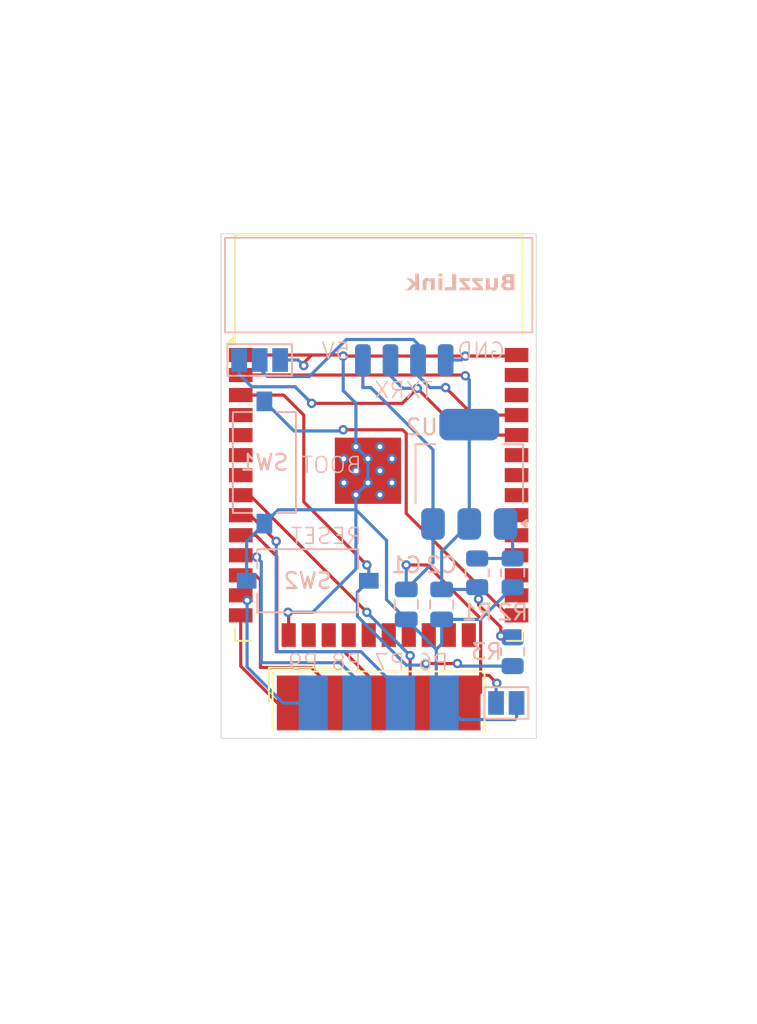
<source format=kicad_pcb>
(kicad_pcb (version 20241229) (generator "pcbnew") (generator_version "9.0")
  (layers (0 "F.Cu" signal) (2 "B.Cu" signal) (13 "F.Paste" user) (15 "B.Paste" user) (5 "F.SilkS" user "F.Silkscreen") (7 "B.SilkS" user "B.Silkscreen") (1 "F.Mask" user) (3 "B.Mask" user) (25 "Edge.Cuts" user))
  (net 0 "")
  (net 1 "Net-(J1-Pin_1)")
  (net 2 "Net-(U1-VDD)")
  (net 3 "Net-(U1-IO33)")
  (net 4 "Net-(U1-IO32)")
  (net 5 "Net-(U1-IO12)")
  (net 6 "Net-(U1-IO14)")
  (net 7 "Net-(U1-IO26)")
  (net 8 "Net-(U1-IO27)")
  (net 9 "Net-(U1-IO25)")
  (net 33 "Net-(U2-ADJ)")
  (net 34 "Net-(J2-Pin_1)")
  (net 35 "Net-(U1-EN)")
  (net 36 "Net-(U1-IO0)")
  (net 37 "Net-(J3-Pin_1)")
  (net 38 "Net-(J4-Pin_2)")
  (footprint "RF_Module:ESP32-WROOM-32" (layer "F.Cu") (at 154.75 71.935)
    (property "Reference" "U1" (hide yes))
    (property "Value" "ESP32")
    (fp_line (start -9.12 -15.86) (end -9.12 -9.7) (stroke (width 0.12)) (layer "F.SilkS"))
    (fp_line (start -9.12 -15.86) (end 9.12 -15.86) (stroke (width 0.12)) (layer "F.SilkS"))
    (fp_line (start -9.12 9.1) (end -9.12 9.88) (stroke (width 0.12)) (layer "F.SilkS"))
    (fp_line (start -9.12 9.88) (end -8.12 9.88) (stroke (width 0.12)) (layer "F.SilkS"))
    (fp_line (start 9.12 -15.86) (end 9.12 -9.445) (stroke (width 0.12)) (layer "F.SilkS"))
    (fp_line (start 9.12 9.1) (end 9.12 9.88) (stroke (width 0.12)) (layer "F.SilkS"))
    (fp_line (start 9.12 9.88) (end 8.12 9.88) (stroke (width 0.12)) (layer "F.SilkS"))
    (fp_poly (pts (xy -9.125 -8.975) (xy -9.625 -8.975) (xy -9.125 -9.475) (xy -9.125 -8.975)) (stroke (width 0.12)) (fill yes) (layer "F.SilkS"))
    (pad "1" smd rect (at -8.75 -8.25) (size 1.5 0.9) (layers "F.Cu" "F.Mask" "F.Paste") (net 37 "Net-(J3-Pin_1)"))
    (pad "2" smd rect (at -8.75 -6.98) (size 1.5 0.9) (layers "F.Cu" "F.Mask" "F.Paste") (net 2 "Net-(U1-VDD)"))
    (pad "3" smd rect (at -8.75 -5.71) (size 1.5 0.9) (layers "F.Cu" "F.Mask" "F.Paste") (net 35 "Net-(U1-EN)"))
    (pad "4" smd rect (at -8.75 -4.44) (size 1.5 0.9) (layers "F.Cu" "F.Mask" "F.Paste"))
    (pad "5" smd rect (at -8.75 -3.17) (size 1.5 0.9) (layers "F.Cu" "F.Mask" "F.Paste"))
    (pad "6" smd rect (at -8.75 -1.9) (size 1.5 0.9) (layers "F.Cu" "F.Mask" "F.Paste"))
    (pad "7" smd rect (at -8.75 -0.63) (size 1.5 0.9) (layers "F.Cu" "F.Mask" "F.Paste"))
    (pad "8" smd rect (at -8.75 0.64) (size 1.5 0.9) (layers "F.Cu" "F.Mask" "F.Paste") (net 4 "Net-(U1-IO32)"))
    (pad "9" smd rect (at -8.75 1.91) (size 1.5 0.9) (layers "F.Cu" "F.Mask" "F.Paste") (net 3 "Net-(U1-IO33)"))
    (pad "10" smd rect (at -8.75 3.18) (size 1.5 0.9) (layers "F.Cu" "F.Mask" "F.Paste") (net 9 "Net-(U1-IO25)"))
    (pad "11" smd rect (at -8.75 4.45) (size 1.5 0.9) (layers "F.Cu" "F.Mask" "F.Paste") (net 7 "Net-(U1-IO26)"))
    (pad "12" smd rect (at -8.75 5.72) (size 1.5 0.9) (layers "F.Cu" "F.Mask" "F.Paste") (net 8 "Net-(U1-IO27)"))
    (pad "13" smd rect (at -8.75 6.99) (size 1.5 0.9) (layers "F.Cu" "F.Mask" "F.Paste") (net 6 "Net-(U1-IO14)"))
    (pad "14" smd rect (at -8.75 8.26) (size 1.5 0.9) (layers "F.Cu" "F.Mask" "F.Paste") (net 5 "Net-(U1-IO12)"))
    (pad "15" smd rect (at -5.71 9.51 90) (size 1.5 0.9) (layers "F.Cu" "F.Mask" "F.Paste") (net 37 "Net-(J3-Pin_1)"))
    (pad "16" smd rect (at -4.44 9.51 90) (size 1.5 0.9) (layers "F.Cu" "F.Mask" "F.Paste"))
    (pad "17" smd rect (at -3.17 9.51 90) (size 1.5 0.9) (layers "F.Cu" "F.Mask" "F.Paste"))
    (pad "18" smd rect (at -1.9 9.51 90) (size 1.5 0.9) (layers "F.Cu" "F.Mask" "F.Paste"))
    (pad "19" smd rect (at -0.63 9.51 90) (size 1.5 0.9) (layers "F.Cu" "F.Mask" "F.Paste"))
    (pad "20" smd rect (at 0.64 9.51 90) (size 1.5 0.9) (layers "F.Cu" "F.Mask" "F.Paste"))
    (pad "21" smd rect (at 1.91 9.51 90) (size 1.5 0.9) (layers "F.Cu" "F.Mask" "F.Paste"))
    (pad "22" smd rect (at 3.18 9.51 90) (size 1.5 0.9) (layers "F.Cu" "F.Mask" "F.Paste"))
    (pad "23" smd rect (at 4.45 9.51 90) (size 1.5 0.9) (layers "F.Cu" "F.Mask" "F.Paste"))
    (pad "24" smd rect (at 5.72 9.51 90) (size 1.5 0.9) (layers "F.Cu" "F.Mask" "F.Paste"))
    (pad "25" smd rect (at 8.75 8.26) (size 1.5 0.9) (layers "F.Cu" "F.Mask" "F.Paste") (net 36 "Net-(U1-IO0)"))
    (pad "26" smd rect (at 8.75 6.99) (size 1.5 0.9) (layers "F.Cu" "F.Mask" "F.Paste"))
    (pad "27" smd rect (at 8.75 5.72) (size 1.5 0.9) (layers "F.Cu" "F.Mask" "F.Paste"))
    (pad "28" smd rect (at 8.75 4.45) (size 1.5 0.9) (layers "F.Cu" "F.Mask" "F.Paste"))
    (pad "29" smd rect (at 8.75 3.18) (size 1.5 0.9) (layers "F.Cu" "F.Mask" "F.Paste"))
    (pad "30" smd rect (at 8.75 1.91) (size 1.5 0.9) (layers "F.Cu" "F.Mask" "F.Paste"))
    (pad "31" smd rect (at 8.75 0.64) (size 1.5 0.9) (layers "F.Cu" "F.Mask" "F.Paste"))
    (pad "32" smd rect (at 8.75 -0.63) (size 1.5 0.9) (layers "F.Cu" "F.Mask" "F.Paste"))
    (pad "33" smd rect (at 8.75 -1.9) (size 1.5 0.9) (layers "F.Cu" "F.Mask" "F.Paste"))
    (pad "34" smd rect (at 8.75 -3.17) (size 1.5 0.9) (layers "F.Cu" "F.Mask" "F.Paste") (net 34 "Net-(J2-Pin_1)"))
    (pad "35" smd rect (at 8.75 -4.44) (size 1.5 0.9) (layers "F.Cu" "F.Mask" "F.Paste") (net 1 "Net-(J1-Pin_1)"))
    (pad "36" smd rect (at 8.75 -5.71) (size 1.5 0.9) (layers "F.Cu" "F.Mask" "F.Paste"))
    (pad "37" smd rect (at 8.75 -6.98) (size 1.5 0.9) (layers "F.Cu" "F.Mask" "F.Paste"))
    (pad "38" smd rect (at 8.75 -8.25) (size 1.5 0.9) (layers "F.Cu" "F.Mask" "F.Paste") (net 37 "Net-(J3-Pin_1)"))
    (pad "39" smd rect (at -2.205 -2.435) (size 1.05 1.05) (layers "F.Cu" "F.Paste") (net 37 "Net-(J3-Pin_1)"))
    (pad "39" thru_hole circle (at -2.205 -1.6725) (size 0.6 0.6) (drill 0.3) (property pad_prop_heatsink) (layers "*.Cu" "F.Mask") (net 37 "Net-(J3-Pin_1)"))
    (pad "39" smd rect (at -2.205 -0.91) (size 1.05 1.05) (layers "F.Cu" "F.Paste") (net 37 "Net-(J3-Pin_1)"))
    (pad "39" thru_hole circle (at -2.205 -0.1475) (size 0.6 0.6) (drill 0.3) (property pad_prop_heatsink) (layers "*.Cu" "F.Mask") (net 37 "Net-(J3-Pin_1)"))
    (pad "39" smd rect (at -2.205 0.615) (size 1.05 1.05) (layers "F.Cu" "F.Paste") (net 37 "Net-(J3-Pin_1)"))
    (pad "39" thru_hole circle (at -1.4425 -2.435) (size 0.6 0.6) (drill 0.3) (property pad_prop_heatsink) (layers "*.Cu" "F.Mask") (net 37 "Net-(J3-Pin_1)"))
    (pad "39" thru_hole circle (at -1.4425 -0.91) (size 0.6 0.6) (drill 0.3) (property pad_prop_heatsink) (layers "*.Cu" "F.Mask") (net 37 "Net-(J3-Pin_1)"))
    (pad "39" thru_hole circle (at -1.4425 0.615) (size 0.6 0.6) (drill 0.3) (property pad_prop_heatsink) (layers "*.Cu" "F.Mask") (net 37 "Net-(J3-Pin_1)"))
    (pad "39" smd rect (at -0.68 -2.435) (size 1.05 1.05) (layers "F.Cu" "F.Paste") (net 37 "Net-(J3-Pin_1)"))
    (pad "39" thru_hole circle (at -0.68 -1.6725) (size 0.6 0.6) (drill 0.3) (property pad_prop_heatsink) (layers "*.Cu" "F.Mask") (net 37 "Net-(J3-Pin_1)"))
    (pad "39" smd rect (at -0.68 -0.91) (size 1.05 1.05) (layers "F.Cu" "F.Paste") (net 37 "Net-(J3-Pin_1)"))
    (pad "39" smd rect (at -0.68 -0.91) (size 4.2 4.2) (property pad_prop_heatsink) (layers "F.Cu" "F.Mask") (net 37 "Net-(J3-Pin_1)"))
    (pad "39" thru_hole circle (at -0.68 -0.1475) (size 0.6 0.6) (drill 0.3) (property pad_prop_heatsink) (layers "*.Cu" "F.Mask") (net 37 "Net-(J3-Pin_1)"))
    (pad "39" smd rect (at -0.68 0.615) (size 1.05 1.05) (layers "F.Cu" "F.Paste") (net 37 "Net-(J3-Pin_1)"))
    (pad "39" thru_hole circle (at 0.0825 -2.435) (size 0.6 0.6) (drill 0.3) (property pad_prop_heatsink) (layers "*.Cu" "F.Mask") (net 37 "Net-(J3-Pin_1)"))
    (pad "39" thru_hole circle (at 0.0825 -0.91) (size 0.6 0.6) (drill 0.3) (property pad_prop_heatsink) (layers "*.Cu" "F.Mask") (net 37 "Net-(J3-Pin_1)"))
    (pad "39" thru_hole circle (at 0.0825 0.615) (size 0.6 0.6) (drill 0.3) (property pad_prop_heatsink) (layers "*.Cu" "F.Mask") (net 37 "Net-(J3-Pin_1)"))
    (pad "39" smd rect (at 0.845 -2.435) (size 1.05 1.05) (layers "F.Cu" "F.Paste") (net 37 "Net-(J3-Pin_1)"))
    (pad "39" thru_hole circle (at 0.845 -1.6725) (size 0.6 0.6) (drill 0.3) (property pad_prop_heatsink) (layers "*.Cu" "F.Mask") (net 37 "Net-(J3-Pin_1)"))
    (pad "39" smd rect (at 0.845 -0.91) (size 1.05 1.05) (layers "F.Cu" "F.Paste") (net 37 "Net-(J3-Pin_1)"))
    (pad "39" thru_hole circle (at 0.845 -0.1475) (size 0.6 0.6) (drill 0.3) (property pad_prop_heatsink) (layers "*.Cu" "F.Mask") (net 37 "Net-(J3-Pin_1)"))
    (pad "39" smd rect (at 0.845 0.615) (size 1.05 1.05) (layers "F.Cu" "F.Paste") (net 37 "Net-(J3-Pin_1)"))
  )
  (footprint "Connector_Dsub:DSUB-9_Pins_EdgeMount_P2.77mm" (layer "F.Cu") (at 154.75 85.75)
    (property "Reference" "J0" (hide yes))
    (property "Value" "DE9")
    (fp_line (start -6.963333 -2.24) (end -2.77 -2.24) (stroke (width 0.12)) (layer "F.SilkS"))
    (fp_line (start -6.963333 0) (end -6.963333 -2.24) (stroke (width 0.12)) (layer "F.SilkS"))
    (fp_line (start -6.723333 -2) (end -6.723333 1.74) (stroke (width 0.12)) (layer "F.SilkS"))
    (fp_line (start 6.723333 -2) (end -6.723333 -2) (stroke (width 0.12)) (layer "F.SilkS"))
    (fp_line (start 6.723333 1.74) (end 6.723333 -2) (stroke (width 0.12)) (layer "F.SilkS"))
    (pad "1" smd rect (at -5.54 0) (size 1.846667 3.48) (layers "F.Cu" "F.Mask" "F.Paste") (net 5 "Net-(U1-IO12)"))
    (pad "2" smd rect (at -2.77 0) (size 1.846667 3.48) (layers "F.Cu" "F.Mask" "F.Paste") (net 8 "Net-(U1-IO27)"))
    (pad "3" smd rect (at 0 0) (size 1.846667 3.48) (layers "F.Cu" "F.Mask" "F.Paste") (net 9 "Net-(U1-IO25)"))
    (pad "4" smd rect (at 2.77 0) (size 1.846667 3.48) (layers "F.Cu" "F.Mask" "F.Paste") (net 4 "Net-(U1-IO32)"))
    (pad "5" smd rect (at 5.54 0) (size 1.846667 3.48) (layers "F.Cu" "F.Mask" "F.Paste") (net 38 "Net-(J4-Pin_2)"))
    (pad "6" smd rect (at -4.155 0) (size 1.846667 3.48) (layers "B.Cu" "B.Mask" "B.Paste") (net 6 "Net-(U1-IO14)"))
    (pad "7" smd rect (at -1.385 0) (size 1.846667 3.48) (layers "B.Cu" "B.Mask" "B.Paste") (net 7 "Net-(U1-IO26)"))
    (pad "8" smd rect (at 1.385 0) (size 1.846667 3.48) (layers "B.Cu" "B.Mask" "B.Paste") (net 3 "Net-(U1-IO33)"))
    (pad "9" smd rect (at 4.155 0) (size 1.846667 3.48) (layers "B.Cu" "B.Mask" "B.Paste") (net 37 "Net-(J3-Pin_1)"))
  )
  (footprint "Button_Switch_SMD:SW_Tactile_SPST_NO_Straight_CK_PTS636Sx25SMTRLFS" (layer "B.Cu") (at 150.25 78 180)
    (property "Reference" "SW2" (at 0 0 0) (layer "B.SilkS") (effects (justify mirror)))
    (property "Value" "SW_DIP_x01")
    (fp_line (start 3.2 2) (end -3.2 2) (stroke (width 0.12)) (layer "B.SilkS"))
    (fp_line (start 3.2 0.8) (end 3.2 2) (stroke (width 0.12)) (layer "B.SilkS"))
    (fp_line (start 3.2 -2) (end 3.2 -0.8) (stroke (width 0.12)) (layer "B.SilkS"))
    (fp_line (start -3.2 2) (end -3.2 0.8) (stroke (width 0.12)) (layer "B.SilkS"))
    (fp_line (start -3.2 -0.8) (end -3.2 -2) (stroke (width 0.12)) (layer "B.SilkS"))
    (fp_line (start -3.2 -2) (end 3.2 -2) (stroke (width 0.12)) (layer "B.SilkS"))
    (pad "1" smd rect (at -3.875 0 180) (size 1.25 1) (layers "B.Cu" "B.Mask" "B.Paste") (net 35 "Net-(U1-EN)"))
    (pad "2" smd rect (at 3.875 0 180) (size 1.25 1) (layers "B.Cu" "B.Mask" "B.Paste") (net 37 "Net-(J3-Pin_1)"))
  )
  (footprint "Button_Switch_SMD:SW_Tactile_SPST_NO_Straight_CK_PTS636Sx25SMTRLFS" (layer "B.Cu") (at 147.5 70.5 -90)
    (property "Reference" "SW1" (at 0 0 0) (layer "B.SilkS") (effects (justify mirror)))
    (property "Value" "SW_DIP_x01")
    (fp_line (start -3.2 2) (end -3.2 0.8) (stroke (width 0.12)) (layer "B.SilkS"))
    (fp_line (start 3.2 2) (end -3.2 2) (stroke (width 0.12)) (layer "B.SilkS"))
    (fp_line (start 3.2 0.8) (end 3.2 2) (stroke (width 0.12)) (layer "B.SilkS"))
    (fp_line (start -3.2 -0.8) (end -3.2 -2) (stroke (width 0.12)) (layer "B.SilkS"))
    (fp_line (start -3.2 -2) (end 3.2 -2) (stroke (width 0.12)) (layer "B.SilkS"))
    (fp_line (start 3.2 -2) (end 3.2 -0.8) (stroke (width 0.12)) (layer "B.SilkS"))
    (pad "1" smd rect (at -3.875 0 270) (size 1.25 1) (layers "B.Cu" "B.Mask" "B.Paste") (net 36 "Net-(U1-IO0)"))
    (pad "2" smd rect (at 3.875 0 270) (size 1.25 1) (layers "B.Cu" "B.Mask" "B.Paste") (net 37 "Net-(J3-Pin_1)"))
  )
  (footprint "Connector_Wire:SolderWirePad_1x01_SMD_1x2mm" (layer "B.Cu") (at 159 64 180)
    (property "Reference" "J6" (hide yes))
    (property "Value" "Conn_01x01_Socket")
    (pad "1" smd roundrect (at 0 0 180) (size 1 2) (layers "B.Cu" "B.Mask") (net 37 "Net-(J3-Pin_1)"))
  )
  (footprint "Package_TO_SOT_SMD:SOT-223-3_TabPin2" (layer "B.Cu") (at 160.5 71.25 90)
    (property "Reference" "U2" (at 3 -3 180) (layer "B.SilkS") (effects (justify mirror)))
    (property "Value" "AMS1117")
    (fp_line (start 1.91 -3.41) (end 1.91 -2.15) (stroke (width 0.12)) (layer "B.SilkS"))
    (fp_line (start -1.85 -3.41) (end 1.91 -3.41) (stroke (width 0.12)) (layer "B.SilkS"))
    (fp_line (start 1.91 3.41) (end 1.91 2.15) (stroke (width 0.12)) (layer "B.SilkS"))
    (fp_line (start -1.85 3.41) (end 1.91 3.41) (stroke (width 0.12)) (layer "B.SilkS"))
    (fp_poly (pts (xy -3.13 3.31) (xy -3.37 3.64) (xy -2.89 3.64) (xy -3.13 3.31)) (stroke (width 0.12)) (fill yes) (layer "B.SilkS"))
    (pad "1" smd roundrect (at -3.15 2.3 90) (size 2 1.5) (layers "B.Cu" "B.Mask" "B.Paste") (net 33 "Net-(U2-ADJ)"))
    (pad "2" smd roundrect (at -3.15 0 90) (size 2 1.5) (layers "B.Cu" "B.Mask" "B.Paste") (net 2 "Net-(U1-VDD)"))
    (pad "2" smd roundrect (at 3.15 0 90) (size 2 3.8) (layers "B.Cu" "B.Mask" "B.Paste") (net 2 "Net-(U1-VDD)"))
    (pad "3" smd roundrect (at -3.15 -2.3 90) (size 2 1.5) (layers "B.Cu" "B.Mask" "B.Paste") (net 38 "Net-(J4-Pin_2)"))
  )
  (footprint "Resistor_SMD:R_0805_2012Metric" (layer "B.Cu") (at 163.25 82.5 -90)
    (property "Reference" "R3" (at 0 1.65 180) (layer "B.SilkS") (effects (justify mirror)))
    (property "Value" "1K")
    (fp_line (start -0.227064 0.735) (end 0.227064 0.735) (stroke (width 0.12)) (layer "B.SilkS"))
    (fp_line (start -0.227064 -0.735) (end 0.227064 -0.735) (stroke (width 0.12)) (layer "B.SilkS"))
    (pad "1" smd roundrect (at -0.9125 0 270) (size 1.025 1.4) (layers "B.Cu" "B.Mask" "B.Paste") (roundrect_rratio 0.243902) (net 2 "Net-(U1-VDD)"))
    (pad "2" smd roundrect (at 0.9125 0 270) (size 1.025 1.4) (layers "B.Cu" "B.Mask" "B.Paste") (roundrect_rratio 0.243902) (net 35 "Net-(U1-EN)"))
  )
  (footprint "Resistor_SMD:R_0805_2012Metric" (layer "B.Cu") (at 161 77.5 90)
    (property "Reference" "R1" (at -2.5 0 180) (layer "B.SilkS") (effects (justify mirror)))
    (property "Value" "124")
    (fp_line (start -0.227064 -0.735) (end 0.227064 -0.735) (stroke (width 0.12)) (layer "B.SilkS"))
    (fp_line (start -0.227064 0.735) (end 0.227064 0.735) (stroke (width 0.12)) (layer "B.SilkS"))
    (pad "1" smd roundrect (at -0.9125 0 90) (size 1.025 1.4) (layers "B.Cu" "B.Mask" "B.Paste") (roundrect_rratio 0.243902) (net 2 "Net-(U1-VDD)"))
    (pad "2" smd roundrect (at 0.9125 0 90) (size 1.025 1.4) (layers "B.Cu" "B.Mask" "B.Paste") (roundrect_rratio 0.243902) (net 33 "Net-(U2-ADJ)"))
  )
  (footprint "Capacitor_SMD:C_0805_2012Metric" (layer "B.Cu") (at 156.5 79.5 90)
    (property "Reference" "C1" (at 2.5 0 0) (layer "B.SilkS") (effects (justify mirror)))
    (property "Value" "10uF")
    (fp_line (start -0.261252 -0.735) (end 0.261252 -0.735) (stroke (width 0.12)) (layer "B.SilkS"))
    (fp_line (start -0.261252 0.735) (end 0.261252 0.735) (stroke (width 0.12)) (layer "B.SilkS"))
    (pad "1" smd roundrect (at -0.95 0 90) (size 1 1.45) (layers "B.Cu" "B.Mask" "B.Paste") (net 37 "Net-(J3-Pin_1)"))
    (pad "2" smd roundrect (at 0.95 0 90) (size 1 1.45) (layers "B.Cu" "B.Mask" "B.Paste") (net 38 "Net-(J4-Pin_2)"))
  )
  (footprint "Connector_Wire:SolderWirePad_1x01_SMD_1x2mm" (layer "B.Cu") (at 155.5 64 180)
    (property "Reference" "J2" (hide yes))
    (property "Value" "Conn_01x01_Socket")
    (pad "1" smd roundrect (at 0 0 180) (size 1 2) (layers "B.Cu" "B.Mask") (net 34 "Net-(J2-Pin_1)"))
  )
  (footprint "Jumper:SolderJumper-2_P1.3mm_Open_Pad1.0x1.5mm" (layer "B.Cu") (at 162.85 85.75 180)
    (property "Reference" "J4" (hide yes))
    (property "Value" "Conn_01x02_Socket")
    (fp_line (start 1.4 1) (end 1.4 -1) (stroke (width 0.12)) (layer "B.SilkS"))
    (fp_line (start 1.4 -1) (end -1.4 -1) (stroke (width 0.12)) (layer "B.SilkS"))
    (fp_line (start -1.4 1) (end 1.4 1) (stroke (width 0.12)) (layer "B.SilkS"))
    (fp_line (start -1.4 -1) (end -1.4 1) (stroke (width 0.12)) (layer "B.SilkS"))
    (pad "1" smd rect (at -0.65 0 180) (size 1 1.5) (layers "B.Cu" "B.Mask") (net 37 "Net-(J3-Pin_1)"))
    (pad "2" smd rect (at 0.65 0 180) (size 1 1.5) (layers "B.Cu" "B.Mask") (net 38 "Net-(J4-Pin_2)"))
  )
  (footprint "Jumper:SolderJumper-3_P1.3mm_Open_Pad1.0x1.5mm_NumberLabels" (layer "B.Cu") (at 147.2 64 180)
    (property "Reference" "J3" (hide yes))
    (property "Value" "Conn_01x03_Socket")
    (fp_line (start 2.05 1) (end 2.05 -1) (stroke (width 0.12)) (layer "B.SilkS"))
    (fp_line (start 2.05 -1) (end -2.05 -1) (stroke (width 0.12)) (layer "B.SilkS"))
    (fp_line (start -2.05 1) (end 2.05 1) (stroke (width 0.12)) (layer "B.SilkS"))
    (fp_line (start -2.05 -1) (end -2.05 1) (stroke (width 0.12)) (layer "B.SilkS"))
    (pad "1" smd rect (at -1.3 0 180) (size 1 1.5) (layers "B.Cu" "B.Mask") (net 37 "Net-(J3-Pin_1)"))
    (pad "2" smd rect (at 0 0 180) (size 1 1.5) (layers "B.Cu" "B.Mask") (net 1 "Net-(J1-Pin_1)"))
    (pad "3" smd rect (at 1.3 0 180) (size 1 1.5) (layers "B.Cu" "B.Mask") (net 34 "Net-(J2-Pin_1)"))
  )
  (footprint "Resistor_SMD:R_0805_2012Metric" (layer "B.Cu") (at 163.25 77.5 -90)
    (property "Reference" "R2" (at 2.5 0 180) (layer "B.SilkS") (effects (justify mirror)))
    (property "Value" "175")
    (fp_line (start -0.227064 0.735) (end 0.227064 0.735) (stroke (width 0.12)) (layer "B.SilkS"))
    (fp_line (start -0.227064 -0.735) (end 0.227064 -0.735) (stroke (width 0.12)) (layer "B.SilkS"))
    (pad "1" smd roundrect (at -0.9125 0 270) (size 1.025 1.4) (layers "B.Cu" "B.Mask" "B.Paste") (roundrect_rratio 0.243902) (net 33 "Net-(U2-ADJ)"))
    (pad "2" smd roundrect (at 0.9125 0 270) (size 1.025 1.4) (layers "B.Cu" "B.Mask" "B.Paste") (roundrect_rratio 0.243902) (net 37 "Net-(J3-Pin_1)"))
  )
  (footprint "Connector_Wire:SolderWirePad_1x01_SMD_1x2mm" (layer "B.Cu") (at 157.25 64 180)
    (property "Reference" "J1" (hide yes))
    (property "Value" "Conn_01x01_Socket")
    (pad "1" smd roundrect (at 0 0 180) (size 1 2) (layers "B.Cu" "B.Mask") (net 1 "Net-(J1-Pin_1)"))
  )
  (footprint "Connector_Wire:SolderWirePad_1x01_SMD_1x2mm" (layer "B.Cu") (at 153.75 64 180)
    (property "Reference" "J5" (hide yes))
    (property "Value" "Conn_01x01_Socket")
    (pad "1" smd roundrect (at 0 0 180) (size 1 2) (layers "B.Cu" "B.Mask") (net 38 "Net-(J4-Pin_2)"))
  )
  (footprint "Capacitor_SMD:C_0805_2012Metric" (layer "B.Cu") (at 158.75 79.5 90)
    (property "Reference" "C2" (at 2.5 0 0) (layer "B.SilkS") (effects (justify mirror)))
    (property "Value" "22uF")
    (fp_line (start -0.261252 -0.735) (end 0.261252 -0.735) (stroke (width 0.12)) (layer "B.SilkS"))
    (fp_line (start -0.261252 0.735) (end 0.261252 0.735) (stroke (width 0.12)) (layer "B.SilkS"))
    (pad "1" smd roundrect (at -0.95 0 90) (size 1 1.45) (layers "B.Cu" "B.Mask" "B.Paste") (net 37 "Net-(J3-Pin_1)"))
    (pad "2" smd roundrect (at 0.95 0 90) (size 1 1.45) (layers "B.Cu" "B.Mask" "B.Paste") (net 2 "Net-(U1-VDD)"))
  )
  (gr_rect (start 145 56.25) (end 164.5 62.25) (stroke (width 0.1)) (fill no) (layer "B.SilkS"))
  (gr_rect (start 144.75 56) (end 164.75 88) (stroke (width 0.05)) (fill no) (layer "Edge.Cuts"))
  (gr_text "TX" (at 158.25 66.5 0) (layer "B.SilkS") (effects (font (size 1 1) (thickness 0.1)) (justify left bottom mirror)))
  (gr_text "P9" (at 151 83.75 0) (layer "B.SilkS") (effects (font (size 1 1) (thickness 0.1)) (justify left bottom mirror)))
  (gr_text "P8" (at 153.75 83.75 0) (layer "B.SilkS") (effects (font (size 1 1) (thickness 0.1)) (justify left bottom mirror)))
  (gr_text "P6" (at 159.25 83.75 0) (layer "B.SilkS") (effects (font (size 1 1) (thickness 0.1)) (justify left bottom mirror)))
  (gr_text "BuzzLink" (at 160 59.75 0) (layer "B.SilkS") (effects (font (size 1 1) (thickness 0.2) (bold yes)) (justify bottom mirror)))
  (gr_text "RESET" (at 153.75 75.75 0) (layer "B.SilkS") (effects (font (size 1 1) (thickness 0.1)) (justify left bottom mirror)))
  (gr_text "RX" (at 156.5 66.5 0) (layer "B.SilkS") (effects (font (size 1 1) (thickness 0.1)) (justify left bottom mirror)))
  (gr_text "GND" (at 161.25 64 0) (layer "B.SilkS") (effects (font (size 1 1) (thickness 0.1)) (justify bottom mirror)))
  (gr_text "P7" (at 156.5 83.75 0) (layer "B.SilkS") (effects (font (size 1 1) (thickness 0.1)) (justify left bottom mirror)))
  (gr_text "5V" (at 153 64 0) (layer "B.SilkS") (effects (font (size 1 1) (thickness 0.1)) (justify left bottom mirror)))
  (gr_text "BOOT" (at 153.75 71.25 0) (layer "B.SilkS") (effects (font (size 1 1) (thickness 0.1)) (justify left bottom mirror)))
  (segment (start 160.745 67.495) (end 163.5 67.495) (width 0.2) (layer "F.Cu") (net 1))
  (segment (start 159 65.75) (end 160.745 67.495) (width 0.2) (layer "F.Cu") (net 1))
  (via (at 159 65.75) (size 0.6) (drill 0.3) (layers "F.Cu" "B.Cu") (net 1))
  (segment (start 147.2 64) (end 147.2 64.552) (width 0.2) (layer "B.Cu") (net 1))
  (segment (start 157.25 63) (end 157.25 64) (width 0.2) (layer "B.Cu") (net 1))
  (segment (start 157.25 65) (end 158 65.75) (width 0.2) (layer "B.Cu") (net 1))
  (segment (start 157.25 64) (end 157.25 65) (width 0.2) (layer "B.Cu") (net 1))
  (segment (start 158 65.75) (end 159 65.75) (width 0.2) (layer "B.Cu") (net 1))
  (segment (start 150.349057 65.051) (end 152.701057 62.699) (width 0.2) (layer "B.Cu") (net 1))
  (segment (start 156.949 62.699) (end 157.25 63) (width 0.2) (layer "B.Cu") (net 1))
  (segment (start 147.699 65.051) (end 150.349057 65.051) (width 0.2) (layer "B.Cu") (net 1))
  (segment (start 152.701057 62.699) (end 156.949 62.699) (width 0.2) (layer "B.Cu") (net 1))
  (segment (start 147.2 64.552) (end 147.699 65.051) (width 0.2) (layer "B.Cu") (net 1))
  (segment (start 162.5 80.946) (end 162.5 81.5) (width 0.2) (layer "F.Cu") (net 2))
  (segment (start 161.087235 79.533235) (end 162.5 80.946) (width 0.2) (layer "F.Cu") (net 2))
  (segment (start 146 64.955) (end 160.205 64.955) (width 0.2) (layer "F.Cu") (net 2))
  (segment (start 161.087235 79.162765) (end 161.087235 79.533235) (width 0.2) (layer "F.Cu") (net 2))
  (segment (start 160.205 64.955) (end 160.25 65) (width 0.2) (layer "F.Cu") (net 2))
  (via (at 161.087235 79.162765) (size 0.6) (drill 0.3) (layers "F.Cu" "B.Cu") (net 2))
  (via (at 162.5 81.5) (size 0.6) (drill 0.3) (layers "F.Cu" "B.Cu") (net 2))
  (via (at 160.25 65) (size 0.6) (drill 0.3) (layers "F.Cu" "B.Cu") (net 2))
  (segment (start 160.5 74.4) (end 158.75 76.15) (width 0.2) (layer "B.Cu") (net 2))
  (segment (start 158.75 78.55) (end 160.8625 78.55) (width 0.2) (layer "B.Cu") (net 2))
  (segment (start 161 79.07553) (end 161.087235 79.162765) (width 0.2) (layer "B.Cu") (net 2))
  (segment (start 160.5 65.25) (end 160.5 68.1) (width 0.2) (layer "B.Cu") (net 2))
  (segment (start 162.5 81.5) (end 163.1625 81.5) (width 0.2) (layer "B.Cu") (net 2))
  (segment (start 161 78.4125) (end 161 79.07553) (width 0.2) (layer "B.Cu") (net 2))
  (segment (start 158.75 76.15) (end 158.75 78.55) (width 0.2) (layer "B.Cu") (net 2))
  (segment (start 160.25 65) (end 160.5 65.25) (width 0.2) (layer "B.Cu") (net 2))
  (segment (start 163.1625 81.5) (end 163.25 81.5875) (width 0.2) (layer "B.Cu") (net 2))
  (segment (start 160.5 68.1) (end 160.5 74.4) (width 0.2) (layer "B.Cu") (net 2))
  (segment (start 160.8625 78.55) (end 161 78.4125) (width 0.2) (layer "B.Cu") (net 2))
  (segment (start 146.595 73.845) (end 148.25 75.5) (width 0.2) (layer "F.Cu") (net 3))
  (segment (start 146 73.845) (end 146.595 73.845) (width 0.2) (layer "F.Cu") (net 3))
  (via (at 148.25 75.5) (size 0.6) (drill 0.3) (layers "F.Cu" "B.Cu") (net 3))
  (segment (start 153.630333 82.5) (end 148.25 82.5) (width 0.2) (layer "B.Cu") (net 3))
  (segment (start 156.385 85.75) (end 156.385 85.254667) (width 0.2) (layer "B.Cu") (net 3))
  (segment (start 148.25 82.5) (end 148.25 75.5) (width 0.2) (layer "B.Cu") (net 3))
  (segment (start 156.385 85.254667) (end 153.630333 82.5) (width 0.2) (layer "B.Cu") (net 3))
  (segment (start 156.75 84.73) (end 156.75 82.75) (width 0.2) (layer "F.Cu") (net 4))
  (segment (start 157.77 85.75) (end 156.75 84.73) (width 0.2) (layer "F.Cu") (net 4))
  (segment (start 146 72.575) (end 146.575 72.575) (width 0.2) (layer "F.Cu") (net 4))
  (segment (start 146.575 72.575) (end 154 80) (width 0.2) (layer "F.Cu") (net 4))
  (via (at 154 80) (size 0.6) (drill 0.3) (layers "F.Cu" "B.Cu") (net 4))
  (via (at 156.75 82.75) (size 0.6) (drill 0.3) (layers "F.Cu" "B.Cu") (net 4))
  (segment (start 154 80) (end 156.75 82.75) (width 0.2) (layer "B.Cu") (net 4))
  (segment (start 149.46 85.75) (end 148.336667 85.75) (width 0.2) (layer "F.Cu") (net 5))
  (segment (start 146 83.413333) (end 146 80.195) (width 0.2) (layer "F.Cu") (net 5))
  (segment (start 148.336667 85.75) (end 146 83.413333) (width 0.2) (layer "F.Cu") (net 5))
  (segment (start 146 78.925) (end 146.080002 78.925) (width 0.2) (layer "F.Cu") (net 6))
  (segment (start 146.080002 78.925) (end 146.4 79.244998) (width 0.2) (layer "F.Cu") (net 6))
  (via (at 146.4 79.244998) (size 0.6) (drill 0.3) (layers "F.Cu" "B.Cu") (net 6))
  (segment (start 150.845 85.75) (end 148.6829 85.75) (width 0.2) (layer "B.Cu") (net 6))
  (segment (start 146.4 79.244998) (end 146.4 83.4671) (width 0.2) (layer "B.Cu") (net 6))
  (segment (start 148.6829 85.75) (end 146.4 83.4671) (width 0.2) (layer "B.Cu") (net 6))
  (segment (start 146 76.385) (end 146.885 76.385) (width 0.2) (layer "F.Cu") (net 7))
  (segment (start 146.885 76.385) (end 147 76.5) (width 0.2) (layer "F.Cu") (net 7))
  (via (at 147 76.5) (size 0.6) (drill 0.3) (layers "F.Cu" "B.Cu") (net 7))
  (segment (start 153.615 84.516) (end 152.298 83.199) (width 0.2) (layer "B.Cu") (net 7))
  (segment (start 153.615 85.75) (end 153.615 84.516) (width 0.2) (layer "B.Cu") (net 7))
  (segment (start 147.301 76.801) (end 147.301 83.199) (width 0.2) (layer "B.Cu") (net 7))
  (segment (start 147 76.5) (end 147.301 76.801) (width 0.2) (layer "B.Cu") (net 7))
  (segment (start 152.298 83.199) (end 147.301 83.199) (width 0.2) (layer "B.Cu") (net 7))
  (segment (start 147.25 77.955) (end 147.25 83.5) (width 0.2) (layer "F.Cu") (net 8))
  (segment (start 150.475333 83.5) (end 147.25 83.5) (width 0.2) (layer "F.Cu") (net 8))
  (segment (start 146 77.655) (end 146.95 77.655) (width 0.2) (layer "F.Cu") (net 8))
  (segment (start 152.23 85.75) (end 152.23 85.254667) (width 0.2) (layer "F.Cu") (net 8))
  (segment (start 152.23 85.254667) (end 150.475333 83.5) (width 0.2) (layer "F.Cu") (net 8))
  (segment (start 146.95 77.655) (end 147.25 77.955) (width 0.2) (layer "F.Cu") (net 8))
  (segment (start 155 85.75) (end 155 84.933333) (width 0.2) (layer "F.Cu") (net 9))
  (segment (start 148.289 82.496) (end 148.289 76.454) (width 0.2) (layer "F.Cu") (net 9))
  (segment (start 152.562667 82.496) (end 148.289 82.496) (width 0.2) (layer "F.Cu") (net 9))
  (segment (start 146.95 75.115) (end 146 75.115) (width 0.2) (layer "F.Cu") (net 9))
  (segment (start 155 84.933333) (end 152.562667 82.496) (width 0.2) (layer "F.Cu") (net 9))
  (segment (start 148.289 76.454) (end 146.95 75.115) (width 0.2) (layer "F.Cu") (net 9))
  (segment (start 163.25 74.85) (end 162.8 74.4) (width 0.2) (layer "B.Cu") (net 33))
  (segment (start 161 76.5875) (end 163.25 76.5875) (width 0.2) (layer "B.Cu") (net 33))
  (segment (start 163.25 76.5875) (end 163.25 74.85) (width 0.2) (layer "B.Cu") (net 33))
  (segment (start 150.5 66.75) (end 156.25 66.75) (width 0.2) (layer "F.Cu") (net 34))
  (segment (start 160.16647 68.765) (end 163.5 68.765) (width 0.2) (layer "F.Cu") (net 34))
  (segment (start 157.200735 65.799265) (end 160.16647 68.765) (width 0.2) (layer "F.Cu") (net 34))
  (segment (start 156.25 66.75) (end 157.200735 65.799265) (width 0.2) (layer "F.Cu") (net 34))
  (via (at 157.200735 65.799265) (size 0.6) (drill 0.3) (layers "F.Cu" "B.Cu") (net 34))
  (via (at 150.5 66.75) (size 0.6) (drill 0.3) (layers "F.Cu" "B.Cu") (net 34))
  (segment (start 149.449 65.699) (end 150.5 66.75) (width 0.2) (layer "B.Cu") (net 34))
  (segment (start 145.9 64) (end 145.9 64.9) (width 0.2) (layer "B.Cu") (net 34))
  (segment (start 155.5 64) (end 155.5 65) (width 0.2) (layer "B.Cu") (net 34))
  (segment (start 146.699 65.699) (end 149.449 65.699) (width 0.2) (layer "B.Cu") (net 34))
  (segment (start 155.5 65) (end 156.299265 65.799265) (width 0.2) (layer "B.Cu") (net 34))
  (segment (start 145.9 64.9) (end 146.699 65.699) (width 0.2) (layer "B.Cu") (net 34))
  (segment (start 156.299265 65.799265) (end 157.200735 65.799265) (width 0.2) (layer "B.Cu") (net 34))
  (segment (start 150 73) (end 150 67.5) (width 0.2) (layer "F.Cu") (net 35))
  (segment (start 148.725 66.225) (end 150 67.5) (width 0.2) (layer "F.Cu") (net 35))
  (segment (start 146 66.225) (end 148.725 66.225) (width 0.2) (layer "F.Cu") (net 35))
  (segment (start 154 77) (end 150 73) (width 0.2) (layer "F.Cu") (net 35))
  (segment (start 159.75 83.25) (end 157.75 83.25) (width 0.2) (layer "F.Cu") (net 35))
  (via (at 157.75 83.25) (size 0.6) (drill 0.3) (layers "F.Cu" "B.Cu") (net 35))
  (via (at 154 77) (size 0.6) (drill 0.3) (layers "F.Cu" "B.Cu") (net 35))
  (via (at 159.75 83.25) (size 0.6) (drill 0.3) (layers "F.Cu" "B.Cu") (net 35))
  (segment (start 157.75 83.25) (end 157.649 83.351) (width 0.2) (layer "B.Cu") (net 35))
  (segment (start 159.9125 83.4125) (end 159.75 83.25) (width 0.2) (layer "B.Cu") (net 35))
  (segment (start 157.649 83.351) (end 156.501057 83.351) (width 0.2) (layer "B.Cu") (net 35))
  (segment (start 156.501057 83.351) (end 153.399 80.248943) (width 0.2) (layer "B.Cu") (net 35))
  (segment (start 153.399 78.726) (end 153.80395 78.32105) (width 0.2) (layer "B.Cu") (net 35))
  (segment (start 153.399 80.248943) (end 153.399 78.726) (width 0.2) (layer "B.Cu") (net 35))
  (segment (start 163.25 83.4125) (end 159.9125 83.4125) (width 0.2) (layer "B.Cu") (net 35))
  (segment (start 154.125 78) (end 154.125 77.125) (width 0.2) (layer "B.Cu") (net 35))
  (segment (start 154.125 77.125) (end 154 77) (width 0.2) (layer "B.Cu") (net 35))
  (segment (start 156.5 68.653) (end 156.5 73.727) (width 0.2) (layer "F.Cu") (net 36))
  (segment (start 152.5 68.424998) (end 156.271998 68.424998) (width 0.2) (layer "F.Cu") (net 36))
  (segment (start 162.968 80.195) (end 163.5 80.195) (width 0.2) (layer "F.Cu") (net 36))
  (segment (start 156.271998 68.424998) (end 156.5 68.653) (width 0.2) (layer "F.Cu") (net 36))
  (segment (start 156.5 73.727) (end 162.968 80.195) (width 0.2) (layer "F.Cu") (net 36))
  (via (at 152.5 68.424998) (size 0.6) (drill 0.3) (layers "F.Cu" "B.Cu") (net 36))
  (segment (start 147.5 66.625) (end 149.375 68.5) (width 0.2) (layer "B.Cu") (net 36))
  (segment (start 149.375 68.5) (end 152.5 68.5) (width 0.2) (layer "B.Cu") (net 36))
  (segment (start 152.5 68.5) (end 152.5 68.424998) (width 0.2) (layer "B.Cu") (net 36))
  (segment (start 163.435 63.75) (end 160.75 63.75) (width 0.2) (layer "F.Cu") (net 37))
  (segment (start 149.04 81.445) (end 149.04 80.04) (width 0.2) (layer "F.Cu") (net 37))
  (segment (start 150.5 63.685) (end 152.435 63.685) (width 0.2) (layer "F.Cu") (net 37))
  (segment (start 150 64.185) (end 150.5 63.685) (width 0.2) (layer "F.Cu") (net 37))
  (segment (start 149.04 80.04) (end 149 80) (width 0.2) (layer "F.Cu") (net 37))
  (segment (start 150 64.355) (end 150 64.185) (width 0.2) (layer "F.Cu") (net 37))
  (segment (start 160.75 63.75) (end 152.5 63.75) (width 0.2) (layer "F.Cu") (net 37))
  (segment (start 146 63.685) (end 150.5 63.685) (width 0.2) (layer "F.Cu") (net 37))
  (segment (start 160.25 63.75) (end 160.75 63.75) (width 0.2) (layer "F.Cu") (net 37))
  (segment (start 163.5 63.685) (end 163.435 63.75) (width 0.2) (layer "F.Cu") (net 37))
  (segment (start 152.435 63.685) (end 152.5 63.75) (width 0.2) (layer "F.Cu") (net 37))
  (via (at 150 64.355) (size 0.6) (drill 0.3) (layers "F.Cu" "B.Cu") (net 37))
  (via (at 160.25 63.75) (size 0.6) (drill 0.3) (layers "F.Cu" "B.Cu") (net 37))
  (via (at 149 80) (size 0.6) (drill 0.3) (layers "F.Cu" "B.Cu") (net 37))
  (via (at 152.5 63.75) (size 0.6) (drill 0.3) (layers "F.Cu" "B.Cu") (net 37))
  (segment (start 163.5 85.75) (end 163.5 86.7) (width 0.2) (layer "B.Cu") (net 37))
  (segment (start 146.375 78) (end 146.375 75.5) (width 0.2) (layer "B.Cu") (net 37))
  (segment (start 149.645 64) (end 150 64.355) (width 0.2) (layer "B.Cu") (net 37))
  (segment (start 158.405 85) (end 158.405 82.355) (width 0.2) (layer "B.Cu") (net 37))
  (segment (start 158.405 82.355) (end 156.5 80.45) (width 0.2) (layer "B.Cu") (net 37))
  (segment (start 159 64) (end 160 64) (width 0.2) (layer "B.Cu") (net 37))
  (segment (start 146.375 75.5) (end 147.5 74.375) (width 0.2) (layer "B.Cu") (net 37))
  (segment (start 156.5 80.45) (end 155.25 79.2) (width 0.2) (layer "B.Cu") (net 37))
  (segment (start 153.3075 66.75) (end 153.3075 69.5) (width 0.2) (layer "B.Cu") (net 37))
  (segment (start 149 80) (end 150.565 80) (width 0.2) (layer "B.Cu") (net 37))
  (segment (start 163.5 86.7) (end 163.399 86.801) (width 0.2) (layer "B.Cu") (net 37))
  (segment (start 152.5 65.9425) (end 152.5 63.75) (width 0.2) (layer "B.Cu") (net 37))
  (segment (start 160 64) (end 160.25 63.75) (width 0.2) (layer "B.Cu") (net 37))
  (segment (start 148.375 73.5) (end 153.3075 73.5) (width 0.2) (layer "B.Cu") (net 37))
  (segment (start 158.75 82.01) (end 158.405 82.355) (width 0.2) (layer "B.Cu") (net 37))
  (segment (start 148.5 64) (end 149.645 64) (width 0.2) (layer "B.Cu") (net 37))
  (segment (start 161.2125 80.45) (end 163.25 78.4125) (width 0.2) (layer "B.Cu") (net 37))
  (segment (start 155.25 75.4425) (end 153.3075 73.5) (width 0.2) (layer "B.Cu") (net 37))
  (segment (start 153.3075 72.55) (end 154.07 71.7875) (width 0.2) (layer "B.Cu") (net 37))
  (segment (start 158.75 80.45) (end 161.2125 80.45) (width 0.2) (layer "B.Cu") (net 37))
  (segment (start 159.155 85.75) (end 158.405 85) (width 0.2) (layer "B.Cu") (net 37))
  (segment (start 158.75 80.45) (end 158.75 82.01) (width 0.2) (layer "B.Cu") (net 37))
  (segment (start 155.25 79.2) (end 155.25 75.4425) (width 0.2) (layer "B.Cu") (net 37))
  (segment (start 163.399 86.801) (end 159.956 86.801) (width 0.2) (layer "B.Cu") (net 37))
  (segment (start 147.5 74.375) (end 148.375 73.5) (width 0.2) (layer "B.Cu") (net 37))
  (segment (start 154.07 71.7875) (end 154.07 70.2625) (width 0.2) (layer "B.Cu") (net 37))
  (segment (start 154.07 70.2625) (end 153.3075 69.5) (width 0.2) (layer "B.Cu") (net 37))
  (segment (start 153.3075 66.75) (end 152.5 65.9425) (width 0.2) (layer "B.Cu") (net 37))
  (segment (start 150.565 80) (end 153.3075 77.2575) (width 0.2) (layer "B.Cu") (net 37))
  (segment (start 153.3075 72.55) (end 153.3075 73.5) (width 0.2) (layer "B.Cu") (net 37))
  (segment (start 153.3075 73.5) (end 153.3075 77.2575) (width 0.2) (layer "B.Cu") (net 37))
  (segment (start 159.956 86.801) (end 158.905 85.75) (width 0.2) (layer "B.Cu") (net 37))
  (segment (start 161.221 84) (end 161.221 80.394) (width 0.2) (layer "F.Cu") (net 38))
  (segment (start 161.221 85.069) (end 161.221 84) (width 0.2) (layer "F.Cu") (net 38))
  (segment (start 162.25 84.5) (end 161.75 84) (width 0.2) (layer "F.Cu") (net 38))
  (segment (start 161.221 80.394) (end 157.827 77) (width 0.2) (layer "F.Cu") (net 38))
  (segment (start 160.54 85.75) (end 161.221 85.069) (width 0.2) (layer "F.Cu") (net 38))
  (segment (start 157.827 77) (end 156.5 77) (width 0.2) (layer "F.Cu") (net 38))
  (segment (start 161.75 84) (end 161.221 84) (width 0.2) (layer "F.Cu") (net 38))
  (via (at 162.25 84.5) (size 0.6) (drill 0.3) (layers "F.Cu" "B.Cu") (net 38))
  (via (at 156.5 77) (size 0.6) (drill 0.3) (layers "F.Cu" "B.Cu") (net 38))
  (segment (start 156.5 78.55) (end 158.2 76.85) (width 0.2) (layer "B.Cu") (net 38))
  (segment (start 158.2 69.7) (end 154.25 65.75) (width 0.2) (layer "B.Cu") (net 38))
  (segment (start 162.2 85.75) (end 162.2 84.55) (width 0.2) (layer "B.Cu") (net 38))
  (segment (start 162.2 84.55) (end 162.25 84.5) (width 0.2) (layer "B.Cu") (net 38))
  (segment (start 154.25 65.75) (end 153.75 65.75) (width 0.2) (layer "B.Cu") (net 38))
  (segment (start 153.75 65.75) (end 153.75 64) (width 0.2) (layer "B.Cu") (net 38))
  (segment (start 158.2 76.85) (end 158.2 74.4) (width 0.2) (layer "B.Cu") (net 38))
  (segment (start 156.5 77) (end 156.5 78.55) (width 0.2) (layer "B.Cu") (net 38))
  (segment (start 158.2 74.4) (end 158.2 69.7) (width 0.2) (layer "B.Cu") (net 38))
)
</source>
